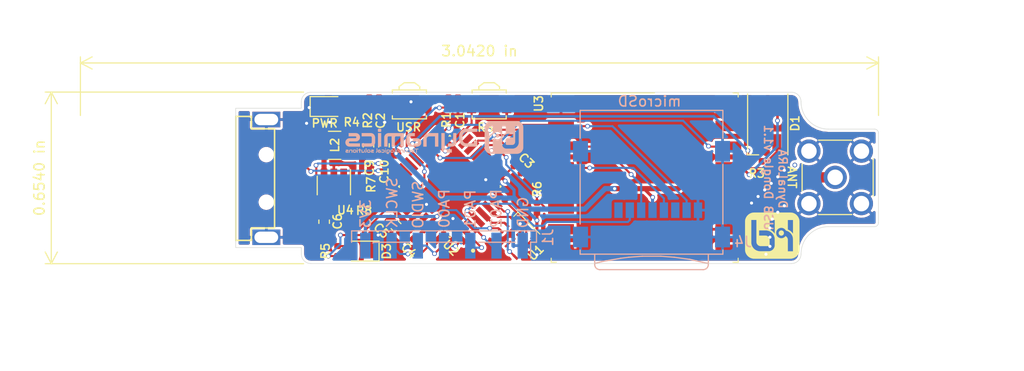
<source format=kicad_pcb>
(kicad_pcb (version 20171130) (host pcbnew "(5.1.6)-1")
  (layers (0 F.Cu signal) (31 B.Cu signal) (34 B.Paste user) (35 F.Paste user) (36 B.SilkS user) (37 F.SilkS user) (38 B.Mask user) (39 F.Mask user) (44 Edge.Cuts user))
  (net 0 "")
  (net 1 VBUS)
  (net 2 GND)
  (net 3 /USER_BTN)
  (net 4 /nRESET)
  (net 5 +3V3)
  (net 6 "Net-(D1-Pad2)")
  (net 7 "Net-(D1-Pad4)")
  (net 8 "Net-(D2-Pad2)")
  (net 9 "Net-(D3-Pad2)")
  (net 10 /SWDIO)
  (net 11 /SWCLK)
  (net 12 /RGB)
  (net 13 /LED)
  (net 14 /RF_RESET)
  (net 15 "Net-(R7-Pad2)")
  (net 16 /RF_CS)
  (net 17 /RF_INT)
  (net 18 "Net-(U2-Pad15)")
  (net 19 "Net-(U3-Pad7)")
  (net 20 "Net-(U3-Pad11)")
  (net 21 "Net-(U3-Pad12)")
  (net 22 "Net-(U3-Pad15)")
  (net 23 "Net-(U3-Pad16)")
  (net 24 "Net-(C5-Pad1)")
  (net 25 "Net-(L2-Pad1)")
  (net 26 /FLASH_CS)
  (net 27 /FLASH_SDI)
  (net 28 /FLASH_SCK)
  (net 29 /FLASH_SDO)
  (net 30 "Net-(U2-Pad22)")
  (net 31 USB_D+)
  (net 32 USB_D-)
  (net 33 "Net-(U2-Pad21)")
  (net 34 "Net-(J3-Pad1)")
  (net 35 /PA00)
  (net 36 /PA01)
  (net 37 "Net-(J4-Pad1)")
  (net 38 /SD_CS)
  (net 39 /SDO)
  (net 40 /SCK)
  (net 41 "Net-(J4-Pad6)")
  (net 42 /SDI)
  (net 43 /PA02)
  (net 44 "Net-(U2-Pad27)")
  (net 45 "Net-(U2-Pad11)")
  (module DynOSSAT:Logo_BHDyn (layer B.Cu) (at 35.4838 -61.1124 180)
    (fp_text reference G*** hide)
    (fp_text value LOGO hide)
  )
  (module DynOSSAT:PinHeader_1x07_P2.54mm_Vertical_SMD_Pin1Left (layer B.Cu) (at 36.4236 -52.2986 90)
    (fp_text reference J1 (at -0.8636 10.0584 90) (layer B.SilkS) (effects (justify mirror)))
    (fp_text value Conn_01x07)
    (pad 1 smd rect (at -1.655 7.62 90) (size 2.51 1) (layers B.Cu B.Paste B.Mask) (net 2 GND))
    (pad 3 smd rect (at -1.655 2.54 90) (size 2.51 1) (layers B.Cu B.Paste B.Mask) (net 36 /PA01))
    (pad 5 smd rect (at -1.655 -2.54 90) (size 2.51 1) (layers B.Cu B.Paste B.Mask) (net 10 /SWDIO))
    (pad 7 smd rect (at -1.655 -7.62 90) (size 2.51 1) (layers B.Cu B.Paste B.Mask) (net 5 +3V3))
    (pad 2 smd rect (at -1.655 5.08 90) (size 2.51 1) (layers B.Cu B.Paste B.Mask) (net 43 /PA02))
    (pad 4 smd rect (at -1.655 0 90) (size 2.51 1) (layers B.Cu B.Paste B.Mask) (net 35 /PA00))
    (pad 6 smd rect (at -1.655 -5.08 90) (size 2.51 1) (layers B.Cu B.Paste B.Mask) (net 11 /SWCLK))
  )
  (module Capacitor_SMD:C_0402_1005Metric (layer F.Cu) (at 33.7566 -50.9524 315)
    (fp_text reference C4 (at 0.035921 1.077631 135) (layer F.SilkS) (effects (font (size 0.8 0.8))))
    (fp_text value 100nF)
    (pad 1 smd roundrect (at -0.485 0 315) (size 0.59 0.64) (layers F.Cu F.Paste F.Mask) (net 5 +3V3))
    (pad 2 smd roundrect (at 0.485 0 315) (size 0.59 0.64) (layers F.Cu F.Paste F.Mask) (net 2 GND))
  )
  (module DynOSSAT:QFP80P900X900X120-32N (layer F.Cu) (at 36.9824 -56.3626 135)
    (fp_text reference U2 (at -4.274602 -4.130918 315) (layer F.SilkS) (effects (font (size 0.8 0.8))))
    (fp_text value ATSAMD21E18A-AUT)
    (pad 9 smd rect (at -2.8 4.18 135) (size 0.55 1.6) (layers F.Cu F.Paste F.Mask) (net 5 +3V3))
    (pad 10 smd rect (at -2 4.18 135) (size 0.55 1.6) (layers F.Cu F.Paste F.Mask) (net 2 GND))
    (pad 11 smd rect (at -1.2 4.18 135) (size 0.55 1.6) (layers F.Cu F.Paste F.Mask) (net 45 "Net-(U2-Pad11)"))
    (pad 12 smd rect (at -0.4 4.18 135) (size 0.55 1.6) (layers F.Cu F.Paste F.Mask) (net 17 /RF_INT))
    (pad 13 smd rect (at 0.4 4.18 135) (size 0.55 1.6) (layers F.Cu F.Paste F.Mask) (net 14 /RF_RESET))
    (pad 14 smd rect (at 1.2 4.18 135) (size 0.55 1.6) (layers F.Cu F.Paste F.Mask) (net 16 /RF_CS))
    (pad 15 smd rect (at 2 4.18 135) (size 0.55 1.6) (layers F.Cu F.Paste F.Mask) (net 18 "Net-(U2-Pad15)"))
    (pad 16 smd rect (at 2.8 4.18 135) (size 0.55 1.6) (layers F.Cu F.Paste F.Mask) (net 3 /USER_BTN))
    (pad 25 smd rect (at 2.8 -4.18 135) (size 0.55 1.6) (layers F.Cu F.Paste F.Mask) (net 13 /LED))
    (pad 26 smd rect (at 2 -4.18 135) (size 0.55 1.6) (layers F.Cu F.Paste F.Mask) (net 4 /nRESET))
    (pad 27 smd rect (at 1.2 -4.18 135) (size 0.55 1.6) (layers F.Cu F.Paste F.Mask) (net 44 "Net-(U2-Pad27)"))
    (pad 28 smd rect (at 0.4 -4.18 135) (size 0.55 1.6) (layers F.Cu F.Paste F.Mask) (net 2 GND))
    (pad 29 smd rect (at -0.4 -4.18 135) (size 0.55 1.6) (layers F.Cu F.Paste F.Mask) (net 24 "Net-(C5-Pad1)"))
    (pad 30 smd rect (at -1.2 -4.18 135) (size 0.55 1.6) (layers F.Cu F.Paste F.Mask) (net 5 +3V3))
    (pad 31 smd rect (at -2 -4.18 135) (size 0.55 1.6) (layers F.Cu F.Paste F.Mask) (net 11 /SWCLK))
    (pad 32 smd rect (at -2.8 -4.18 135) (size 0.55 1.6) (layers F.Cu F.Paste F.Mask) (net 10 /SWDIO))
    (pad 1 smd rect (at -4.18 -2.8 135) (size 1.6 0.55) (layers F.Cu F.Paste F.Mask) (net 35 /PA00))
    (pad 2 smd rect (at -4.18 -2 135) (size 1.6 0.55) (layers F.Cu F.Paste F.Mask) (net 36 /PA01))
    (pad 3 smd rect (at -4.18 -1.2 135) (size 1.6 0.55) (layers F.Cu F.Paste F.Mask) (net 43 /PA02))
    (pad 4 smd rect (at -4.18 -0.4 135) (size 1.6 0.55) (layers F.Cu F.Paste F.Mask) (net 38 /SD_CS))
    (pad 5 smd rect (at -4.18 0.4 135) (size 1.6 0.55) (layers F.Cu F.Paste F.Mask) (net 27 /FLASH_SDI))
    (pad 6 smd rect (at -4.18 1.2 135) (size 1.6 0.55) (layers F.Cu F.Paste F.Mask) (net 26 /FLASH_CS))
    (pad 7 smd rect (at -4.18 2 135) (size 1.6 0.55) (layers F.Cu F.Paste F.Mask) (net 29 /FLASH_SDO))
    (pad 8 smd rect (at -4.18 2.8 135) (size 1.6 0.55) (layers F.Cu F.Paste F.Mask) (net 28 /FLASH_SCK))
    (pad 17 smd rect (at 4.18 2.8 135) (size 1.6 0.55) (layers F.Cu F.Paste F.Mask) (net 42 /SDI))
    (pad 18 smd rect (at 4.18 2 135) (size 1.6 0.55) (layers F.Cu F.Paste F.Mask) (net 39 /SDO))
    (pad 19 smd rect (at 4.18 1.2 135) (size 1.6 0.55) (layers F.Cu F.Paste F.Mask) (net 40 /SCK))
    (pad 20 smd rect (at 4.18 0.4 135) (size 1.6 0.55) (layers F.Cu F.Paste F.Mask) (net 12 /RGB))
    (pad 21 smd rect (at 4.18 -0.4 135) (size 1.6 0.55) (layers F.Cu F.Paste F.Mask) (net 33 "Net-(U2-Pad21)"))
    (pad 22 smd rect (at 4.18 -1.2 135) (size 1.6 0.55) (layers F.Cu F.Paste F.Mask) (net 30 "Net-(U2-Pad22)"))
    (pad 23 smd rect (at 4.18 -2 135) (size 1.6 0.55) (layers F.Cu F.Paste F.Mask) (net 32 USB_D-))
    (pad 24 smd rect (at 4.18 -2.8 135) (size 1.6 0.55) (layers F.Cu F.Paste F.Mask) (net 31 USB_D+))
  )
  (module Connector_Coaxial:SMA_Molex_73251-2200_Horizontal (layer F.Cu) (at 74.2894 -57.2516 270)
    (fp_text reference J3 hide)
    (fp_text value Conn_Coaxial)
    (pad 1 thru_hole circle (at 0 0 270) (size 2.25 2.25) (drill 1.5) (layers *.Cu *.Mask) (net 34 "Net-(J3-Pad1)"))
    (pad 2 thru_hole circle (at 2.54 2.54) (size 2.25 2.25) (drill 1.5) (layers *.Cu *.Mask) (net 2 GND))
    (pad 2 thru_hole circle (at 2.54 -2.54 270) (size 2.25 2.25) (drill 1.5) (layers *.Cu *.Mask) (net 2 GND))
    (pad 2 thru_hole circle (at -2.54 -2.54 270) (size 2.25 2.25) (drill 1.5) (layers *.Cu *.Mask) (net 2 GND))
    (pad 2 thru_hole circle (at -2.54 2.54 270) (size 2.25 2.25) (drill 1.5) (layers *.Cu *.Mask) (net 2 GND))
  )
  (module DynOSSAT:HOPERF_RFM69HW (layer F.Cu) (at 55.849 -57.2262)
    (fp_text reference U3 (at -10.256 -7.1628 90) (layer F.SilkS) (effects (font (size 0.8 0.8))))
    (fp_text value RFM9X)
    (pad 1 smd rect (at -8.1 -7) (size 2.5 1) (layers F.Cu F.Paste F.Mask) (net 2 GND))
    (pad 2 smd rect (at -8.1 -5) (size 2.5 1) (layers F.Cu F.Paste F.Mask) (net 42 /SDI))
    (pad 3 smd rect (at -8.1 -3) (size 2.5 1) (layers F.Cu F.Paste F.Mask) (net 39 /SDO))
    (pad 4 smd rect (at -8.1 -1) (size 2.5 1) (layers F.Cu F.Paste F.Mask) (net 40 /SCK))
    (pad 5 smd rect (at -8.1 1) (size 2.5 1) (layers F.Cu F.Paste F.Mask) (net 16 /RF_CS))
    (pad 6 smd rect (at -8.1 3) (size 2.5 1) (layers F.Cu F.Paste F.Mask) (net 14 /RF_RESET))
    (pad 7 smd rect (at -8.1 5) (size 2.5 1) (layers F.Cu F.Paste F.Mask) (net 19 "Net-(U3-Pad7)"))
    (pad 8 smd rect (at -8.1 7) (size 2.5 1) (layers F.Cu F.Paste F.Mask) (net 2 GND))
    (pad 9 smd rect (at 8.1 7) (size 2.5 1) (layers F.Cu F.Paste F.Mask) (net 34 "Net-(J3-Pad1)"))
    (pad 10 smd rect (at 8.1 5) (size 2.5 1) (layers F.Cu F.Paste F.Mask) (net 2 GND))
    (pad 11 smd rect (at 8.1 3) (size 2.5 1) (layers F.Cu F.Paste F.Mask) (net 20 "Net-(U3-Pad11)"))
    (pad 12 smd rect (at 8.1 1) (size 2.5 1) (layers F.Cu F.Paste F.Mask) (net 21 "Net-(U3-Pad12)"))
    (pad 13 smd rect (at 8.1 -1) (size 2.5 1) (layers F.Cu F.Paste F.Mask) (net 5 +3V3))
    (pad 14 smd rect (at 8.1 -3) (size 2.5 1) (layers F.Cu F.Paste F.Mask) (net 17 /RF_INT))
    (pad 15 smd rect (at 8.1 -5) (size 2.5 1) (layers F.Cu F.Paste F.Mask) (net 22 "Net-(U3-Pad15)"))
    (pad 16 smd rect (at 8.1 -7) (size 2.5 1) (layers F.Cu F.Paste F.Mask) (net 23 "Net-(U3-Pad16)"))
  )
  (module DynOSSAT:Logo_BHDyn_MARK (layer F.Cu) (at 68.199 -51.6128)
    (fp_text reference G*** hide)
    (fp_text value LOGO hide)
  )
  (module Capacitor_SMD:C_0603_1608Metric (layer F.Cu) (at 31.7754 -52.5272 135)
    (fp_text reference C5 (at 0.70046 -1.311117 135) (layer F.SilkS) (effects (font (size 0.8 0.8))))
    (fp_text value 1uF)
    (pad 2 smd roundrect (at 0.7875 0 135) (size 0.875 0.95) (layers F.Cu F.Paste F.Mask) (net 2 GND))
    (pad 1 smd roundrect (at -0.7875 0 135) (size 0.875 0.95) (layers F.Cu F.Paste F.Mask) (net 24 "Net-(C5-Pad1)"))
  )
  (module Capacitor_SMD:C_0603_1608Metric (layer F.Cu) (at 24.8158 -52.959 270)
    (fp_text reference C6 (at -0.0254 -1.2954 90) (layer F.SilkS) (effects (font (size 0.8 0.8))))
    (fp_text value 22uF)
    (pad 1 smd roundrect (at -0.7875 0 270) (size 0.875 0.95) (layers F.Cu F.Paste F.Mask) (net 1 VBUS))
    (pad 2 smd roundrect (at 0.7875 0 270) (size 0.875 0.95) (layers F.Cu F.Paste F.Mask) (net 2 GND))
  )
  (module Capacitor_SMD:C_0603_1608Metric (layer F.Cu) (at 29.1084 -60.3504 90)
    (fp_text reference C9 (at -2.1844 0.1016 90) (layer F.SilkS) (effects (font (size 0.8 0.8))))
    (fp_text value 22uF)
    (pad 1 smd roundrect (at -0.7875 0 90) (size 0.875 0.95) (layers F.Cu F.Paste F.Mask) (net 5 +3V3))
    (pad 2 smd roundrect (at 0.7875 0 90) (size 0.875 0.95) (layers F.Cu F.Paste F.Mask) (net 2 GND))
  )
  (module Capacitor_SMD:C_0603_1608Metric (layer F.Cu) (at 30.607 -60.3504 90)
    (fp_text reference C10 (at -2.54 0.0254 90) (layer F.SilkS) (effects (font (size 0.8 0.8))))
    (fp_text value 22uF)
    (pad 2 smd roundrect (at 0.7875 0 90) (size 0.875 0.95) (layers F.Cu F.Paste F.Mask) (net 2 GND))
    (pad 1 smd roundrect (at -0.7875 0 90) (size 0.875 0.95) (layers F.Cu F.Paste F.Mask) (net 5 +3V3))
  )
  (module DynOSSAT:LED_SK6812MINI_PLCC4_3.5x3.5mm_P1.75mm (layer F.Cu) (at 67.7616 -62.3824 270)
    (fp_text reference D1 (at -0.1016 -2.6472 90) (layer F.SilkS) (effects (font (size 0.8 0.8))))
    (fp_text value WS2812B)
    (pad 1 smd rect (at -1.75 -0.875 270) (size 1.6 0.85) (layers F.Cu F.Paste F.Mask) (net 5 +3V3))
    (pad 2 smd rect (at -1.75 0.875 270) (size 1.6 0.85) (layers F.Cu F.Paste F.Mask) (net 6 "Net-(D1-Pad2)"))
    (pad 4 smd rect (at 1.75 -0.875 270) (size 1.6 0.85) (layers F.Cu F.Paste F.Mask) (net 7 "Net-(D1-Pad4)"))
    (pad 3 smd rect (at 1.75 0.875 270) (size 1.6 0.85) (layers F.Cu F.Paste F.Mask) (net 2 GND))
  )
  (module LED_SMD:LED_0805_2012Metric (layer F.Cu) (at 25.146 -64.1096)
    (fp_text reference D2 hide)
    (fp_text value LED_Small)
    (pad 1 smd roundrect (at -0.9375 0) (size 0.975 1.4) (layers F.Cu F.Paste F.Mask) (net 2 GND))
    (pad 2 smd roundrect (at 0.9375 0) (size 0.975 1.4) (layers F.Cu F.Paste F.Mask) (net 8 "Net-(D2-Pad2)"))
  )
  (module LED_SMD:LED_0805_2012Metric (layer F.Cu) (at 28.448 -50.1142 180)
    (fp_text reference D3 (at -2.413 -0.0254 270) (layer F.SilkS) (effects (font (size 0.8 0.8))))
    (fp_text value LED_Small)
    (pad 2 smd roundrect (at 0.9375 0 180) (size 0.975 1.4) (layers F.Cu F.Paste F.Mask) (net 9 "Net-(D3-Pad2)"))
    (pad 1 smd roundrect (at -0.9375 0 180) (size 0.975 1.4) (layers F.Cu F.Paste F.Mask) (net 2 GND))
  )
  (module Inductor_SMD:L_1210_3225Metric (layer F.Cu) (at 25.8318 -60.3504)
    (fp_text reference L2 (at 0.0254 -0.0254 270) (layer F.SilkS) (effects (font (size 0.8 0.8))))
    (fp_text value 2.2uH)
    (pad 1 smd roundrect (at -1.4 0) (size 1.25 2.65) (layers F.Cu F.Paste F.Mask) (roundrect_rratio 0.2) (net 25 "Net-(L2-Pad1)"))
    (pad 2 smd roundrect (at 1.4 0) (size 1.25 2.65) (layers F.Cu F.Paste F.Mask) (roundrect_rratio 0.2) (net 5 +3V3))
  )
  (module DynOSSAT:WSON-8-1EP_3x4mm_P0.8mm (layer F.Cu) (at 43.5102 -51.689 315)
    (fp_text reference U1 (at 2.496511 -0.053882 45) (layer F.SilkS) (effects (font (size 0.8 0.8))))
    (fp_text value GD25Q32)
    (pad 1 smd rect (at -1.4 -0.75 315) (size 0.6 0.25) (layers F.Cu F.Paste F.Mask) (net 26 /FLASH_CS))
    (pad 8 smd rect (at 1.4 -0.75 315) (size 0.6 0.25) (layers F.Cu F.Paste F.Mask) (net 5 +3V3))
    (pad 2 smd rect (at -1.4 0.05 315) (size 0.6 0.25) (layers F.Cu F.Paste F.Mask) (net 27 /FLASH_SDI))
    (pad 3 smd rect (at -1.4 0.85 315) (size 0.6 0.25) (layers F.Cu F.Paste F.Mask) (net 5 +3V3))
    (pad 4 smd rect (at -1.4 1.65 315) (size 0.6 0.25) (layers F.Cu F.Paste F.Mask) (net 2 GND))
    (pad 7 smd rect (at 1.4 0.05 315) (size 0.6 0.25) (layers F.Cu F.Paste F.Mask) (net 5 +3V3))
    (pad 6 smd rect (at 1.4 0.85 315) (size 0.6 0.25) (layers F.Cu F.Paste F.Mask) (net 28 /FLASH_SCK))
    (pad 5 smd rect (at 1.4 1.65 315) (size 0.6 0.25) (layers F.Cu F.Paste F.Mask) (net 29 /FLASH_SDO))
    (pad "" smd rect (at 0 1.27 315) (size 0.2 0.8) (layers F.Cu F.Paste F.Mask))
    (pad "" smd rect (at 0 -0.3048 315) (size 0.2 0.8) (layers F.Cu F.Paste F.Mask))
  )
  (module Package_TO_SOT_SMD:SOT-23-5 (layer F.Cu) (at 25.7556 -56.4642 270)
    (fp_text reference U4 (at 2.3876 -1.1176 180) (layer F.SilkS) (effects (font (size 0.8 0.8))))
    (fp_text value SY80XX)
    (pad 1 smd rect (at -1.1 -0.95 270) (size 1.06 0.65) (layers F.Cu F.Paste F.Mask) (net 1 VBUS))
    (pad 2 smd rect (at -1.1 0 270) (size 1.06 0.65) (layers F.Cu F.Paste F.Mask) (net 2 GND))
    (pad 3 smd rect (at -1.1 0.95 270) (size 1.06 0.65) (layers F.Cu F.Paste F.Mask) (net 25 "Net-(L2-Pad1)"))
    (pad 4 smd rect (at 1.1 0.95 270) (size 1.06 0.65) (layers F.Cu F.Paste F.Mask) (net 1 VBUS))
    (pad 5 smd rect (at 1.1 -0.95 270) (size 1.06 0.65) (layers F.Cu F.Paste F.Mask) (net 15 "Net-(R7-Pad2)"))
  )
  (module DynOSSAT:TF-102-18 (layer B.Cu) (at 56.5094 -55.626)
    (fp_text reference J4 (at 8.8646 4.6228) (layer B.SilkS) (effects (justify mirror)))
    (fp_text value Micro_SD_Card)
    (pad 1 smd rect (at -3.2 1.55) (size 0.8 1.5) (layers B.Cu B.Paste B.Mask) (net 37 "Net-(J4-Pad1)"))
    (pad 2 smd rect (at -2.1 1.55) (size 0.8 1.5) (layers B.Cu B.Paste B.Mask) (net 38 /SD_CS))
    (pad 3 smd rect (at -1 1.55) (size 0.8 1.5) (layers B.Cu B.Paste B.Mask) (net 39 /SDO))
    (pad 4 smd rect (at 0.1 1.55) (size 0.8 1.5) (layers B.Cu B.Paste B.Mask) (net 5 +3V3))
    (pad 5 smd rect (at 1.2 1.55) (size 0.8 1.5) (layers B.Cu B.Paste B.Mask) (net 40 /SCK))
    (pad 6 smd rect (at 2.3 1.55) (size 0.8 1.5) (layers B.Cu B.Paste B.Mask) (net 41 "Net-(J4-Pad6)"))
    (pad 7 smd rect (at 3.4 1.55) (size 0.8 1.5) (layers B.Cu B.Paste B.Mask) (net 42 /SDI))
    (pad 8 smd rect (at 4.5 1.55) (size 0.8 1.5) (layers B.Cu B.Paste B.Mask) (net 2 GND))
    (pad 9 smd rect (at 6.875 -4.15) (size 1.45 2) (layers B.Cu B.Paste B.Mask) (net 2 GND))
    (pad 9 smd rect (at -6.875 -4.15) (size 1.45 2) (layers B.Cu B.Paste B.Mask) (net 2 GND))
    (pad 9 smd rect (at -6.875 4.15) (size 1.45 2) (layers B.Cu B.Paste B.Mask) (net 2 GND))
    (pad 9 smd rect (at 6.875 4.15) (size 1.45 2) (layers B.Cu B.Paste B.Mask) (net 2 GND))
  )
  (module Capacitor_SMD:C_0402_1005Metric (layer F.Cu) (at 37.7698 -64.4906 270)
    (fp_text reference C1 (at 1.7018 -0.2032 90) (layer F.SilkS) (effects (font (size 0.8 0.8))))
    (fp_text value 10nF)
    (pad 2 smd roundrect (at 0.485 0 270) (size 0.59 0.64) (layers F.Cu F.Paste F.Mask) (net 2 GND))
    (pad 1 smd roundrect (at -0.485 0 270) (size 0.59 0.64) (layers F.Cu F.Paste F.Mask) (net 3 /USER_BTN))
  )
  (module Capacitor_SMD:C_0402_1005Metric (layer F.Cu) (at 30.1244 -64.4906 270)
    (fp_text reference C2 (at 1.7526 -0.1524 90) (layer F.SilkS) (effects (font (size 0.8 0.8))))
    (fp_text value 10nF)
    (pad 1 smd roundrect (at -0.485 0 270) (size 0.59 0.64) (layers F.Cu F.Paste F.Mask) (net 4 /nRESET))
    (pad 2 smd roundrect (at 0.485 0 270) (size 0.59 0.64) (layers F.Cu F.Paste F.Mask) (net 2 GND))
  )
  (module Capacitor_SMD:C_0402_1005Metric (layer F.Cu) (at 43.561 -58.039 315)
    (fp_text reference C3 (at 0 -1.17 135) (layer F.SilkS) (effects (font (size 0.8 0.8))))
    (fp_text value 100nF)
    (pad 2 smd roundrect (at 0.485 0 315) (size 0.59 0.64) (layers F.Cu F.Paste F.Mask) (net 2 GND))
    (pad 1 smd roundrect (at -0.485 0 315) (size 0.59 0.64) (layers F.Cu F.Paste F.Mask) (net 5 +3V3))
  )
  (module Resistor_SMD:R_0402_1005Metric (layer F.Cu) (at 36.8554 -64.4906 90)
    (fp_text reference R1 (at -1.6764 -0.2032 90) (layer F.SilkS) (effects (font (size 0.8 0.8))))
    (fp_text value 100k)
    (pad 2 smd roundrect (at 0.485 0 90) (size 0.59 0.64) (layers F.Cu F.Paste F.Mask) (net 3 /USER_BTN))
    (pad 1 smd roundrect (at -0.485 0 90) (size 0.59 0.64) (layers F.Cu F.Paste F.Mask) (net 5 +3V3))
  )
  (module Resistor_SMD:R_0402_1005Metric (layer F.Cu) (at 29.1846 -64.4906 90)
    (fp_text reference R2 (at -1.7272 -0.1524 90) (layer F.SilkS) (effects (font (size 0.8 0.8))))
    (fp_text value 100k)
    (pad 2 smd roundrect (at 0.485 0 90) (size 0.59 0.64) (layers F.Cu F.Paste F.Mask) (net 4 /nRESET))
    (pad 1 smd roundrect (at -0.485 0 90) (size 0.59 0.64) (layers F.Cu F.Paste F.Mask) (net 5 +3V3))
  )
  (module Resistor_SMD:R_0402_1005Metric (layer F.Cu) (at 66.6948 -58.801 180)
    (fp_text reference R3 (at 0 -1.17) (layer F.SilkS) (effects (font (size 0.8 0.8))))
    (fp_text value 510R)
    (pad 1 smd roundrect (at -0.485 0 180) (size 0.59 0.64) (layers F.Cu F.Paste F.Mask) (net 7 "Net-(D1-Pad4)"))
    (pad 2 smd roundrect (at 0.485 0 180) (size 0.59 0.64) (layers F.Cu F.Paste F.Mask) (net 12 /RGB))
  )
  (module Resistor_SMD:R_0402_1005Metric (layer F.Cu) (at 27.4574 -64.1096 90)
    (fp_text reference R4 (at -1.524 0.0254 180) (layer F.SilkS) (effects (font (size 0.8 0.8))))
    (fp_text value 510R)
    (pad 1 smd roundrect (at -0.485 0 90) (size 0.59 0.64) (layers F.Cu F.Paste F.Mask) (net 5 +3V3))
    (pad 2 smd roundrect (at 0.485 0 90) (size 0.59 0.64) (layers F.Cu F.Paste F.Mask) (net 8 "Net-(D2-Pad2)"))
  )
  (module Resistor_SMD:R_0402_1005Metric (layer F.Cu) (at 26.1112 -50.1142 90)
    (fp_text reference R5 (at 0 -1.17 90) (layer F.SilkS) (effects (font (size 0.8 0.8))))
    (fp_text value 510R)
    (pad 2 smd roundrect (at 0.485 0 90) (size 0.59 0.64) (layers F.Cu F.Paste F.Mask) (net 9 "Net-(D3-Pad2)"))
    (pad 1 smd roundrect (at -0.485 0 90) (size 0.59 0.64) (layers F.Cu F.Paste F.Mask) (net 13 /LED))
  )
  (module Resistor_SMD:R_0402_1005Metric (layer F.Cu) (at 45.4152 -54.3052 90)
    (fp_text reference R6 (at 1.8034 0.0254 90) (layer F.SilkS) (effects (font (size 0.8 0.8))))
    (fp_text value 100k)
    (pad 1 smd roundrect (at -0.485 0 90) (size 0.59 0.64) (layers F.Cu F.Paste F.Mask) (net 5 +3V3))
    (pad 2 smd roundrect (at 0.485 0 90) (size 0.59 0.64) (layers F.Cu F.Paste F.Mask) (net 14 /RF_RESET))
  )
  (module Resistor_SMD:R_0402_1005Metric (layer F.Cu) (at 28.2194 -56.6166 270)
    (fp_text reference R7 (at 0.0762 -1.143 270) (layer F.SilkS) (effects (font (size 0.8 0.8))))
    (fp_text value 100k)
    (pad 1 smd roundrect (at -0.485 0 270) (size 0.59 0.64) (layers F.Cu F.Paste F.Mask) (net 5 +3V3))
    (pad 2 smd roundrect (at 0.485 0 270) (size 0.59 0.64) (layers F.Cu F.Paste F.Mask) (net 15 "Net-(R7-Pad2)"))
  )
  (module Resistor_SMD:R_0402_1005Metric (layer F.Cu) (at 28.679 -55.1434)
    (fp_text reference R8 (at -0.0024 1.1176) (layer F.SilkS) (effects (font (size 0.8 0.8))))
    (fp_text value 22k)
    (pad 2 smd roundrect (at 0.485 0) (size 0.59 0.64) (layers F.Cu F.Paste F.Mask) (net 2 GND))
    (pad 1 smd roundrect (at -0.485 0) (size 0.59 0.64) (layers F.Cu F.Paste F.Mask) (net 15 "Net-(R7-Pad2)"))
  )
  (module DynOSSAT:SW_SPST_B3U-3000P (layer F.Cu) (at 40.7924 -64.3128)
    (fp_text reference SW1 hide)
    (fp_text value SW_Push)
    (pad 2 smd rect (at 1.7 0) (size 0.9 1.7) (layers F.Cu F.Paste F.Mask) (net 2 GND))
    (pad 1 smd rect (at -1.7 0) (size 0.9 1.7) (layers F.Cu F.Paste F.Mask) (net 3 /USER_BTN))
  )
  (module DynOSSAT:SW_SPST_B3U-3000P (layer F.Cu) (at 33.0708 -64.3128)
    (fp_text reference SW2 hide)
    (fp_text value SW_Push)
    (pad 1 smd rect (at -1.7 0) (size 0.9 1.7) (layers F.Cu F.Paste F.Mask) (net 4 /nRESET))
    (pad 2 smd rect (at 1.7 0) (size 0.9 1.7) (layers F.Cu F.Paste F.Mask) (net 2 GND))
  )
  (module DynOSSAT:C46394 (layer F.Cu) (at 16.256 -57.531 90)
    (fp_text reference J2 hide)
    (fp_text value USB_A)
    (pad 2 smd rect (at -1.381 5.4102 90) (size 1.4 2.8) (layers F.Cu F.Paste F.Mask) (net 32 USB_D-))
    (pad 3 smd rect (at 0.619 5.4102 90) (size 1.4 2.8) (layers F.Cu F.Paste F.Mask) (net 31 USB_D+))
    (pad 5 thru_hole rect (at 5.319 2.9602 90) (size 1.5 2.7) (drill oval 1.1 2.3) (layers *.Cu *.Mask) (net 2 GND))
    (pad "" np_thru_hole circle (at 1.919 2.9602 90) (size 1 1) (drill 1) (layers *.Cu *.Mask))
    (pad 5 thru_hole rect (at -6.081 2.9602 90) (size 1.5 2.7) (drill oval 1.1 2.3) (layers *.Cu *.Mask) (net 2 GND))
    (pad 1 smd rect (at -3.881 5.4102 90) (size 1.4 2.8) (layers F.Cu F.Paste F.Mask) (net 1 VBUS))
    (pad "" np_thru_hole circle (at -2.681 2.9602 90) (size 1 1) (drill 1) (layers *.Cu *.Mask))
    (pad 4 smd rect (at 3.119 5.4102 90) (size 1.4 2.8) (layers F.Cu F.Paste F.Mask) (net 2 GND))
  )
  (gr_arc (start 23.5336 -49.8348) (end 22.606 -49.8348) (angle -90) (layer Edge.Cuts) (width 0.05))
  (gr_arc (start 23.5336 -64.5668) (end 23.5336 -65.4944) (angle -90) (layer Edge.Cuts) (width 0.05))
  (gr_line (start 22.606 -50.4556) (end 22.606 -49.8348) (layer Edge.Cuts) (width 0.05))
  (gr_line (start 22.606 -63.946) (end 22.606 -64.5668) (layer Edge.Cuts) (width 0.05))
  (dimension 16.6116 (width 0.12) (layer F.SilkS) (gr_text "16.612 mm" (at -2.8702 -57.2008 90) (layer F.SilkS) (effects (font (size 1 1) (thickness 0.15)))) (feature1 (pts (xy 22.8224 -65.5066) (xy -2.186621 -65.5066))) (feature2 (pts (xy 22.8224 -48.895) (xy -2.186621 -48.895))) (crossbar (pts (xy -1.6002 -48.895) (xy -1.6002 -65.5066))) (arrow1a (pts (xy -1.6002 -65.5066) (xy -1.013779 -64.380096))) (arrow1b (pts (xy -1.6002 -65.5066) (xy -2.186621 -64.380096))) (arrow2a (pts (xy -1.6002 -48.895) (xy -1.013779 -50.021504))) (arrow2b (pts (xy -1.6002 -48.895) (xy -2.186621 -50.021504))))
  (dimension 77.2668 (width 0.12) (layer F.SilkS) (gr_text "77.267 mm" (at 39.8526 -69.596) (layer F.SilkS) (effects (font (size 1 1) (thickness 0.15)))) (feature1 (pts (xy 78.486 -63.246) (xy 78.486 -68.912421))) (feature2 (pts (xy 1.2192 -63.246) (xy 1.2192 -68.912421))) (crossbar (pts (xy 1.2192 -68.326) (xy 78.486 -68.326))) (arrow1a (pts (xy 78.486 -68.326) (xy 77.359496 -67.739579))) (arrow1b (pts (xy 78.486 -68.326) (xy 77.359496 -68.912421))) (arrow2a (pts (xy 1.2192 -68.326) (xy 2.345704 -67.739579))) (arrow2b (pts (xy 1.2192 -68.326) (xy 2.345704 -68.912421))))
  (gr_text "USB Dongle v1.1" (at 67.818 -57.2262 270) (layer B.SilkS) (effects (font (size 0.8 0.8)) (justify mirror)))
  (gr_arc (start 70.0598 -49.8348) (end 70.0598 -48.9072) (angle -90) (layer Edge.Cuts) (width 0.05))
  (gr_arc (start 73.629 -49.8348) (end 73.629 -52.4764) (angle -90) (layer Edge.Cuts) (width 0.05))
  (gr_line (start 76.0928 -52.4764) (end 73.629 -52.4764) (layer Edge.Cuts) (width 0.05))
  (gr_arc (start 70.0598 -64.5668) (end 70.9874 -64.5668) (angle -90) (layer Edge.Cuts) (width 0.05))
  (gr_arc (start 73.629 -64.5668) (end 70.9874 -64.5668) (angle -90) (layer Edge.Cuts) (width 0.05))
  (gr_line (start 23.5336 -48.9072) (end 70.0598 -48.9072) (layer Edge.Cuts) (width 0.05))
  (gr_text microSD (at 56.3118 -64.6176) (layer B.SilkS) (effects (font (size 1 1)) (justify mirror)))
  (gr_text GND (at 44.069 -53.848 90) (layer B.SilkS) (effects (font (size 1 1)) (justify mirror)))
  (gr_text PA02 (at 41.4782 -54.229 90) (layer B.SilkS) (effects (font (size 1 1)) (justify mirror)))
  (gr_text PA01 (at 38.9636 -54.1782 90) (layer B.SilkS) (effects (font (size 1 1)) (justify mirror)))
  (gr_text PA00 (at 36.449 -54.229 90) (layer B.SilkS) (effects (font (size 1 1)) (justify mirror)))
  (gr_text SWDIO (at 33.909 -54.61 90) (layer B.SilkS) (effects (font (size 1 1)) (justify mirror)))
  (gr_text SWCLK (at 31.3944 -54.7878 90) (layer B.SilkS) (effects (font (size 1 1)) (justify mirror)))
  (gr_text 3V3 (at 28.829 -53.721 90) (layer B.SilkS) (effects (font (size 1 1)) (justify mirror)))
  (gr_arc (start 78.0994 -61.5442) (end 78.4804 -61.5442) (angle -90) (layer Edge.Cuts) (width 0.05))
  (gr_arc (start 78.0994 -52.8574) (end 78.0994 -52.4764) (angle -90) (layer Edge.Cuts) (width 0.05))
  (gr_line (start 78.0994 -52.4764) (end 76.0928 -52.4764) (layer Edge.Cuts) (width 0.05))
  (gr_line (start 78.0994 -61.9252) (end 73.629 -61.9252) (layer Edge.Cuts) (width 0.05))
  (gr_text DynaLoRA (at 69.215 -57.0992 270) (layer B.SilkS) (effects (font (size 0.8 0.8)) (justify mirror)))
  (gr_text ANT (at 70.104 -57.2516 270) (layer F.SilkS) (effects (font (size 0.8 0.8))))
  (gr_text RST (at 40.7416 -62.0776) (layer F.SilkS) (effects (font (size 0.8 0.8))))
  (gr_text USR (at 32.9946 -62.103) (layer F.SilkS) (effects (font (size 0.8 0.8))))
  (gr_text PWR (at 24.8666 -62.484) (layer F.SilkS) (effects (font (size 0.8 0.8))))
  (gr_line (start 16.256 -50.4556) (end 22.606 -50.4556) (layer Edge.Cuts) (width 0.05))
  (gr_line (start 16.256 -63.946) (end 16.256 -50.4556) (layer Edge.Cuts) (width 0.05))
  (gr_line (start 78.4804 -61.5442) (end 78.4804 -52.8574) (layer Edge.Cuts) (width 0.05))
  (gr_line (start 23.5336 -65.4944) (end 70.0598 -65.4944) (layer Edge.Cuts) (width 0.05))
  (gr_line (start 16.256 -63.946) (end 22.606 -63.946) (layer Edge.Cuts) (width 0.05))
  (via (at 70.3834 -58.4454) (size 0.45) (drill 0.3) (layers F.Cu B.Cu) (net 0))
  (segment (start 24.8056 -53.7057) (end 24.8411 -53.6702) (width 0.5) (layer F.Cu) (net 1))
  (segment (start 24.8056 -55.3642) (end 24.8056 -53.7057) (width 0.5) (layer F.Cu) (net 1))
  (segment (start 25.1382 -55.3642) (end 24.8056 -55.3642) (width 0.2) (layer F.Cu) (net 1))
  (segment (start 26.7056 -57.5642) (end 26.7056 -56.9316) (width 0.2) (layer F.Cu) (net 1))
  (segment (start 26.7056 -56.9316) (end 25.1382 -55.3642) (width 0.2) (layer F.Cu) (net 1))
  (segment (start 21.7627 -53.7465) (end 21.6662 -53.65) (width 1) (layer F.Cu) (net 1))
  (segment (start 24.8158 -53.7465) (end 21.7627 -53.7465) (width 1) (layer F.Cu) (net 1))
  (via (at 66.1924 -54.7624) (size 0.45) (drill 0.3) (layers F.Cu B.Cu) (net 2))
  (via (at 66.8274 -55.3974) (size 0.45) (drill 0.3) (layers F.Cu B.Cu) (net 2))
  (via (at 67.4624 -56.0324) (size 0.45) (drill 0.3) (layers F.Cu B.Cu) (net 2))
  (via (at 68.0974 -56.6674) (size 0.45) (drill 0.3) (layers F.Cu B.Cu) (net 2))
  (via (at 68.7324 -57.3024) (size 0.45) (drill 0.3) (layers F.Cu B.Cu) (net 2))
  (via (at 69.3674 -57.9374) (size 0.45) (drill 0.3) (layers F.Cu B.Cu) (net 2))
  (via (at 67.9704 -52.3494) (size 0.45) (drill 0.3) (layers F.Cu B.Cu) (net 2))
  (via (at 67.9704 -51.4604) (size 0.45) (drill 0.3) (layers F.Cu B.Cu) (net 2))
  (via (at 67.9704 -50.5714) (size 0.45) (drill 0.3) (layers F.Cu B.Cu) (net 2))
  (via (at 67.5894 -49.8094) (size 0.45) (drill 0.3) (layers F.Cu B.Cu) (net 2))
  (via (at 68.7324 -53.8734) (size 0.45) (drill 0.3) (layers F.Cu B.Cu) (net 2))
  (via (at 69.3674 -54.5084) (size 0.45) (drill 0.3) (layers F.Cu B.Cu) (net 2))
  (via (at 68.199 -53.213) (size 0.45) (drill 0.3) (layers F.Cu B.Cu) (net 2))
  (via (at 43.798067 -52.764267) (size 0.45) (drill 0.3) (layers F.Cu B.Cu) (net 2))
  (segment (start 43.815 -52.7812) (end 43.798067 -52.764267) (width 0.2) (layer F.Cu) (net 2))
  (via (at 45.4152 -49.7586) (size 0.45) (drill 0.3) (layers F.Cu B.Cu) (net 2))
  (via (at 33.2232 -64.5668) (size 0.45) (drill 0.3) (layers F.Cu B.Cu) (net 2))
  (via (at 37.2872 -53.2638) (size 0.45) (drill 0.3) (layers F.Cu B.Cu) (net 2))
  (via (at 30.6832 -62.5856) (size 0.45) (drill 0.3) (layers F.Cu B.Cu) (net 2))
  (via (at 25.3492 -62.5856) (size 0.45) (drill 0.3) (layers F.Cu B.Cu) (net 2))
  (segment (start 29.1084 -61.1379) (end 30.607 -61.1379) (width 0.5) (layer F.Cu) (net 2))
  (via (at 23.114 -62.484) (size 0.45) (drill 0.3) (layers F.Cu B.Cu) (net 2))
  (via (at 23.368 -64.008) (size 0.45) (drill 0.3) (layers F.Cu B.Cu) (net 2))
  (via (at 40.4622 -57.023) (size 0.45) (drill 0.3) (layers F.Cu B.Cu) (net 2))
  (segment (start 41.35232 -57.904093) (end 41.343293 -57.904093) (width 0.3) (layer F.Cu) (net 2))
  (segment (start 41.343293 -57.904093) (end 40.4622 -57.023) (width 0.3) (layer F.Cu) (net 2))
  (segment (start 44.0436 -50.6436) (end 44.444699 -50.6436) (width 0.3) (layer B.Cu) (net 2))
  (via (at 34.7218 -54.6354) (size 0.45) (drill 0.3) (layers F.Cu B.Cu) (net 2))
  (segment (start 33.743851 -53.689736) (end 33.776136 -53.689736) (width 0.2) (layer F.Cu) (net 2))
  (segment (start 33.776136 -53.689736) (end 34.7218 -54.6354) (width 0.2) (layer F.Cu) (net 2))
  (via (at 30.0482 -51.6636) (size 0.45) (drill 0.3) (layers F.Cu B.Cu) (net 2))
  (segment (start 29.3855 -50.1142) (end 29.3855 -51.0009) (width 0.2) (layer F.Cu) (net 2))
  (segment (start 29.3855 -51.0009) (end 30.0482 -51.6636) (width 0.2) (layer F.Cu) (net 2))
  (via (at 32.6136 -50.7492) (size 0.45) (drill 0.3) (layers F.Cu B.Cu) (net 2))
  (segment (start 32.753347 -50.609453) (end 32.6136 -50.7492) (width 0.2) (layer F.Cu) (net 2))
  (segment (start 34.099547 -50.609453) (end 32.753347 -50.609453) (width 0.2) (layer F.Cu) (net 2))
  (segment (start 44.5302 -50.6436) (end 45.4152 -49.7586) (width 0.2) (layer B.Cu) (net 2))
  (segment (start 44.0436 -50.6436) (end 44.5302 -50.6436) (width 0.2) (layer B.Cu) (net 2))
  (segment (start 43.798067 -52.764267) (end 43.4086 -52.3748) (width 0.2) (layer F.Cu) (net 2))
  (segment (start 43.4086 -52.3748) (end 43.2308 -52.3748) (width 0.2) (layer F.Cu) (net 2))
  (segment (start 39.0924 -62.4604) (end 39.0924 -64.3128) (width 0.2) (layer F.Cu) (net 3))
  (segment (start 37.958207 -61.298205) (end 37.958207 -61.326207) (width 0.2) (layer F.Cu) (net 3))
  (segment (start 37.958207 -61.326207) (end 39.0924 -62.4604) (width 0.2) (layer F.Cu) (net 3))
  (segment (start 38.7852 -64.0056) (end 39.0924 -64.3128) (width 0.2) (layer F.Cu) (net 3))
  (segment (start 36.7768 -64.897) (end 36.8554 -64.9756) (width 0.2) (layer F.Cu) (net 3))
  (segment (start 36.8554 -64.9756) (end 37.7698 -64.9756) (width 0.2) (layer F.Cu) (net 3))
  (segment (start 38.4296 -64.9756) (end 39.0924 -64.3128) (width 0.2) (layer F.Cu) (net 3))
  (segment (start 37.7698 -64.9756) (end 38.4296 -64.9756) (width 0.2) (layer F.Cu) (net 3))
  (segment (start 32.61248 -54.821107) (end 34.5186 -56.727227) (width 0.2) (layer F.Cu) (net 4))
  (via (at 34.5186 -57.8104) (size 0.45) (drill 0.3) (layers F.Cu B.Cu) (net 4))
  (segment (start 34.5186 -56.727227) (end 34.5186 -57.8104) (width 0.2) (layer F.Cu) (net 4))
  (segment (start 34.5186 -57.8104) (end 34.5186 -58.2676) (width 0.2) (layer B.Cu) (net 4))
  (segment (start 31.3708 -64.3128) (end 32.0208 -64.3128) (width 0.2) (layer F.Cu) (net 4))
  (segment (start 32.8168 -63.5168) (end 32.8168 -59.9694) (width 0.2) (layer F.Cu) (net 4))
  (segment (start 32.0208 -64.3128) (end 32.8168 -63.5168) (width 0.2) (layer F.Cu) (net 4))
  (via (at 32.8168 -59.9694) (size 0.45) (drill 0.3) (layers F.Cu B.Cu) (net 4))
  (segment (start 34.5186 -58.2676) (end 32.8168 -59.9694) (width 0.2) (layer B.Cu) (net 4))
  (segment (start 29.1846 -64.9756) (end 30.1244 -64.9756) (width 0.3) (layer F.Cu) (net 4))
  (segment (start 30.708 -64.9756) (end 31.3708 -64.3128) (width 0.3) (layer F.Cu) (net 4))
  (segment (start 30.1244 -64.9756) (end 30.708 -64.9756) (width 0.3) (layer F.Cu) (net 4))
  (segment (start 28.448 -58.9025) (end 29.1084 -59.5629) (width 0.5) (layer F.Cu) (net 5))
  (segment (start 28.448 -57.9375) (end 28.448 -58.9025) (width 0.5) (layer F.Cu) (net 5))
  (segment (start 42.174513 -57.338407) (end 43.218053 -58.381947) (width 0.2) (layer F.Cu) (net 5))
  (segment (start 41.918005 -57.338407) (end 42.174513 -57.338407) (width 0.2) (layer F.Cu) (net 5))
  (via (at 31.7754 -59.563) (size 0.45) (drill 0.3) (layers F.Cu B.Cu) (net 5))
  (segment (start 30.607 -59.5629) (end 31.7753 -59.5629) (width 1) (layer F.Cu) (net 5))
  (segment (start 31.7753 -59.5629) (end 31.7754 -59.563) (width 1) (layer F.Cu) (net 5))
  (segment (start 29.1084 -59.5629) (end 30.607 -59.5629) (width 1) (layer F.Cu) (net 5))
  (segment (start 28.0193 -59.5629) (end 29.1084 -59.5629) (width 1) (layer F.Cu) (net 5))
  (segment (start 27.2318 -60.3504) (end 28.0193 -59.5629) (width 1) (layer F.Cu) (net 5))
  (segment (start 44.2722 -54.1782) (end 50.038 -54.1782) (width 0.5) (layer B.Cu) (net 5))
  (via (at 52.9336 -56.1594) (size 0.45) (drill 0.3) (layers F.Cu B.Cu) (net 5))
  (segment (start 50.038 -54.1782) (end 52.0192 -56.1594) (width 0.5) (layer B.Cu) (net 5))
  (segment (start 52.0192 -56.1594) (end 52.9336 -56.1594) (width 0.5) (layer B.Cu) (net 5))
  (segment (start 61.1726 -58.2262) (end 63.949 -58.2262) (width 0.5) (layer F.Cu) (net 5))
  (segment (start 59.1058 -56.1594) (end 61.1726 -58.2262) (width 0.5) (layer F.Cu) (net 5))
  (segment (start 28.2194 -57.7089) (end 28.448 -57.9375) (width 0.3) (layer F.Cu) (net 5))
  (segment (start 28.2194 -57.1016) (end 28.2194 -57.7089) (width 0.3) (layer F.Cu) (net 5))
  (via (at 56.6166 -55.3212) (size 0.45) (drill 0.3) (layers F.Cu B.Cu) (net 5))
  (segment (start 56.6094 -54.076) (end 56.6094 -55.314) (width 0.3) (layer B.Cu) (net 5))
  (segment (start 56.6094 -55.314) (end 56.6166 -55.3212) (width 0.3) (layer B.Cu) (net 5))
  (segment (start 55.7784 -56.1594) (end 54.1528 -56.1594) (width 0.3) (layer F.Cu) (net 5))
  (segment (start 56.6166 -55.3212) (end 55.7784 -56.1594) (width 0.3) (layer F.Cu) (net 5))
  (segment (start 52.9336 -56.1594) (end 54.1528 -56.1594) (width 0.5) (layer F.Cu) (net 5))
  (segment (start 54.1528 -56.1594) (end 59.1058 -56.1594) (width 0.5) (layer F.Cu) (net 5))
  (segment (start 33.612203 -51.295347) (end 34.875222 -52.558366) (width 0.3) (layer F.Cu) (net 5))
  (segment (start 33.413653 -51.295347) (end 33.612203 -51.295347) (width 0.3) (layer F.Cu) (net 5))
  (via (at 45.4152 -53.086) (size 0.45) (drill 0.3) (layers F.Cu B.Cu) (net 5))
  (segment (start 45.4152 -53.8202) (end 45.4152 -53.086) (width 0.3) (layer F.Cu) (net 5))
  (segment (start 44.323 -54.1782) (end 44.2722 -54.1782) (width 0.3) (layer B.Cu) (net 5))
  (segment (start 45.4152 -53.086) (end 44.323 -54.1782) (width 0.3) (layer B.Cu) (net 5))
  (segment (start 43.5102 -54.9402) (end 44.2722 -54.1782) (width 0.5) (layer B.Cu) (net 5))
  (segment (start 31.7754 -59.563) (end 36.3982 -54.9402) (width 0.5) (layer B.Cu) (net 5))
  (via (at 42.3418 -56.896) (size 0.45) (drill 0.3) (layers F.Cu B.Cu) (net 5))
  (segment (start 41.918005 -57.338407) (end 41.918005 -57.319795) (width 0.3) (layer F.Cu) (net 5))
  (segment (start 41.918005 -57.319795) (end 42.3418 -56.896) (width 0.3) (layer F.Cu) (net 5))
  (via (at 35.7378 -53.467) (size 0.45) (drill 0.3) (layers F.Cu B.Cu) (net 5))
  (segment (start 34.875222 -52.558366) (end 34.875222 -52.604422) (width 0.3) (layer F.Cu) (net 5))
  (segment (start 34.875222 -52.604422) (end 35.7378 -53.467) (width 0.3) (layer F.Cu) (net 5))
  (segment (start 36.3982 -54.1274) (end 36.3982 -54.9402) (width 0.3) (layer B.Cu) (net 5))
  (segment (start 35.7378 -53.467) (end 36.3982 -54.1274) (width 0.3) (layer B.Cu) (net 5))
  (segment (start 43.2054 -55.245) (end 43.5102 -54.9402) (width 0.5) (layer B.Cu) (net 5))
  (segment (start 36.3982 -54.9402) (end 36.703 -55.245) (width 0.5) (layer B.Cu) (net 5))
  (segment (start 36.703 -55.245) (end 43.2054 -55.245) (width 0.5) (layer B.Cu) (net 5))
  (segment (start 43.2054 -56.0324) (end 43.2054 -55.245) (width 0.3) (layer B.Cu) (net 5))
  (segment (start 42.3418 -56.896) (end 43.2054 -56.0324) (width 0.3) (layer B.Cu) (net 5))
  (segment (start 45.03048 -51.229381) (end 44.464794 -50.663695) (width 0.2) (layer F.Cu) (net 5))
  (segment (start 45.4152 -51.614101) (end 45.4152 -53.086) (width 0.3) (layer F.Cu) (net 5))
  (segment (start 44.464794 -50.663695) (end 45.4152 -51.614101) (width 0.3) (layer F.Cu) (net 5))
  (segment (start 35.7378 -53.467) (end 29.6672 -53.467) (width 0.3) (layer B.Cu) (net 5))
  (segment (start 28.8036 -52.6034) (end 28.8036 -50.6436) (width 0.3) (layer B.Cu) (net 5))
  (segment (start 29.6672 -53.467) (end 28.8036 -52.6034) (width 0.3) (layer B.Cu) (net 5))
  (segment (start 31.7754 -59.563) (end 31.7754 -60.185998) (width 0.2) (layer B.Cu) (net 5))
  (segment (start 31.7754 -60.185998) (end 35.572002 -63.9826) (width 0.2) (layer B.Cu) (net 5))
  (segment (start 35.572002 -63.9826) (end 35.9664 -63.9826) (width 0.2) (layer B.Cu) (net 5))
  (via (at 35.9664 -63.9826) (size 0.45) (drill 0.3) (layers F.Cu B.Cu) (net 5))
  (segment (start 35.9894 -64.0056) (end 35.9664 -63.9826) (width 0.2) (layer F.Cu) (net 5))
  (segment (start 36.8554 -64.0056) (end 35.9894 -64.0056) (width 0.2) (layer F.Cu) (net 5))
  (segment (start 27.2318 -63.399) (end 27.4574 -63.6246) (width 0.3) (layer F.Cu) (net 5))
  (segment (start 27.2318 -60.3504) (end 27.2318 -63.399) (width 0.3) (layer F.Cu) (net 5))
  (segment (start 28.8036 -63.6246) (end 27.4574 -63.6246) (width 0.3) (layer F.Cu) (net 5))
  (segment (start 29.1846 -64.0056) (end 28.8036 -63.6246) (width 0.3) (layer F.Cu) (net 5))
  (via (at 40.8432 -52.324) (size 0.45) (drill 0.3) (layers F.Cu B.Cu) (net 5))
  (segment (start 41.91921 -52.077909) (end 41.673119 -52.324) (width 0.2) (layer F.Cu) (net 5))
  (segment (start 41.673119 -52.324) (end 40.8432 -52.324) (width 0.2) (layer F.Cu) (net 5))
  (segment (start 37.6174 -54.0766) (end 36.3474 -54.0766) (width 0.2) (layer B.Cu) (net 5))
  (segment (start 40.8432 -52.324) (end 39.37 -52.324) (width 0.2) (layer B.Cu) (net 5))
  (segment (start 36.3474 -54.0766) (end 35.7378 -53.467) (width 0.2) (layer B.Cu) (net 5))
  (segment (start 39.37 -52.324) (end 37.6174 -54.0766) (width 0.2) (layer B.Cu) (net 5))
  (segment (start 63.949 -58.2262) (end 65.2432 -58.2262) (width 0.25) (layer F.Cu) (net 5))
  (via (at 65.9638 -57.5056) (size 0.45) (drill 0.3) (layers F.Cu B.Cu) (net 5))
  (segment (start 65.2432 -58.2262) (end 65.9638 -57.5056) (width 0.25) (layer F.Cu) (net 5))
  (via (at 68.707 -62.738) (size 0.45) (drill 0.3) (layers F.Cu B.Cu) (net 5))
  (segment (start 65.9638 -57.5056) (end 68.707 -60.2488) (width 0.25) (layer B.Cu) (net 5))
  (segment (start 68.707 -60.2488) (end 68.707 -62.738) (width 0.25) (layer B.Cu) (net 5))
  (segment (start 68.707 -64.062) (end 68.6366 -64.1324) (width 0.25) (layer F.Cu) (net 5))
  (segment (start 68.707 -62.738) (end 68.707 -64.062) (width 0.25) (layer F.Cu) (net 5))
  (segment (start 68.6366 -59.7466) (end 68.6366 -60.6324) (width 0.2) (layer F.Cu) (net 7))
  (segment (start 67.1798 -58.801) (end 67.691 -58.801) (width 0.2) (layer F.Cu) (net 7))
  (segment (start 67.691 -58.801) (end 68.6366 -59.7466) (width 0.2) (layer F.Cu) (net 7))
  (segment (start 26.5685 -64.5946) (end 26.0835 -64.1096) (width 0.2) (layer F.Cu) (net 8))
  (segment (start 27.4574 -64.5946) (end 26.5685 -64.5946) (width 0.2) (layer F.Cu) (net 8))
  (segment (start 27.0255 -50.5992) (end 26.1112 -50.5992) (width 0.2) (layer F.Cu) (net 9))
  (segment (start 27.5105 -50.1142) (end 27.0255 -50.5992) (width 0.2) (layer F.Cu) (net 9))
  (segment (start 36.006593 -50.368207) (end 35.498586 -49.8602) (width 0.2) (layer F.Cu) (net 10))
  (segment (start 36.006593 -51.426995) (end 36.006593 -50.368207) (width 0.2) (layer F.Cu) (net 10))
  (via (at 35.498586 -49.8602) (size 0.45) (drill 0.3) (layers F.Cu B.Cu) (net 10))
  (segment (start 33.8836 -50.6436) (end 34.715186 -50.6436) (width 0.2) (layer B.Cu) (net 10))
  (segment (start 34.715186 -50.6436) (end 35.498586 -49.8602) (width 0.2) (layer B.Cu) (net 10))
  (segment (start 34.773331 -50.441765) (end 34.166366 -49.8348) (width 0.2) (layer F.Cu) (net 11))
  (segment (start 34.773331 -51.006921) (end 34.773331 -50.441765) (width 0.2) (layer F.Cu) (net 11))
  (segment (start 35.440907 -51.99268) (end 35.440907 -51.674497) (width 0.2) (layer F.Cu) (net 11))
  (segment (start 35.440907 -51.674497) (end 34.773331 -51.006921) (width 0.2) (layer F.Cu) (net 11))
  (via (at 32.9184 -49.8348) (size 0.45) (drill 0.3) (layers F.Cu B.Cu) (net 11))
  (segment (start 34.166366 -49.8348) (end 32.9184 -49.8348) (width 0.2) (layer F.Cu) (net 11))
  (segment (start 32.1524 -49.8348) (end 31.3436 -50.6436) (width 0.2) (layer B.Cu) (net 11))
  (segment (start 32.9184 -49.8348) (end 32.1524 -49.8348) (width 0.2) (layer B.Cu) (net 11))
  (via (at 33.3756 -60.5282) (size 0.45) (drill 0.3) (layers F.Cu B.Cu) (net 12))
  (segment (start 34.309536 -59.601149) (end 34.302651 -59.601149) (width 0.25) (layer F.Cu) (net 12))
  (segment (start 34.302651 -59.601149) (end 33.3756 -60.5282) (width 0.25) (layer F.Cu) (net 12))
  (segment (start 33.3756 -60.5282) (end 36.002011 -63.154611) (width 0.25) (layer B.Cu) (net 12))
  (via (at 65.8368 -59.8424) (size 0.45) (drill 0.3) (layers F.Cu B.Cu) (net 12))
  (segment (start 36.002011 -63.154611) (end 62.524589 -63.154611) (width 0.25) (layer B.Cu) (net 12))
  (segment (start 62.524589 -63.154611) (end 65.8368 -59.8424) (width 0.25) (layer B.Cu) (net 12))
  (segment (start 65.8368 -59.174) (end 66.2098 -58.801) (width 0.25) (layer F.Cu) (net 12))
  (segment (start 65.8368 -59.8424) (end 65.8368 -59.174) (width 0.25) (layer F.Cu) (net 12))
  (segment (start 32.046795 -55.386793) (end 28.323602 -51.6636) (width 0.2) (layer F.Cu) (net 13))
  (via (at 26.3906 -51.6636) (size 0.45) (drill 0.3) (layers F.Cu B.Cu) (net 13))
  (segment (start 28.323602 -51.6636) (end 26.3906 -51.6636) (width 0.2) (layer F.Cu) (net 13))
  (via (at 25.2222 -49.6316) (size 0.45) (drill 0.3) (layers F.Cu B.Cu) (net 13))
  (segment (start 26.3906 -51.6636) (end 26.3906 -50.8) (width 0.2) (layer B.Cu) (net 13))
  (segment (start 26.3906 -50.8) (end 25.2222 -49.6316) (width 0.2) (layer B.Cu) (net 13))
  (segment (start 26.1088 -49.6316) (end 26.1112 -49.6292) (width 0.2) (layer F.Cu) (net 13))
  (segment (start 25.2222 -49.6316) (end 26.1088 -49.6316) (width 0.2) (layer F.Cu) (net 13))
  (segment (start 46.299 -54.2262) (end 45.4152 -55.11) (width 0.2) (layer F.Cu) (net 14))
  (via (at 45.4152 -55.499) (size 0.45) (drill 0.3) (layers F.Cu B.Cu) (net 14))
  (segment (start 47.749 -54.2262) (end 46.299 -54.2262) (width 0.2) (layer F.Cu) (net 14))
  (segment (start 45.4152 -55.11) (end 45.4152 -55.499) (width 0.2) (layer F.Cu) (net 14))
  (segment (start 42.4434 -58.4708) (end 42.4434 -59.182) (width 0.2) (layer B.Cu) (net 14))
  (segment (start 45.4152 -55.499) (end 42.4434 -58.4708) (width 0.2) (layer B.Cu) (net 14))
  (via (at 42.4434 -59.182) (size 0.45) (drill 0.3) (layers F.Cu B.Cu) (net 14))
  (segment (start 45.4152 -54.7902) (end 45.4152 -55.499) (width 0.2) (layer F.Cu) (net 14))
  (segment (start 41.2496 -60.3758) (end 42.4434 -59.182) (width 0.2) (layer F.Cu) (net 14))
  (segment (start 39.655264 -59.601149) (end 40.429915 -60.3758) (width 0.2) (layer F.Cu) (net 14))
  (segment (start 40.429915 -60.3758) (end 41.2496 -60.3758) (width 0.2) (layer F.Cu) (net 14))
  (segment (start 26.9264 -55.1434) (end 26.7056 -55.3642) (width 0.2) (layer F.Cu) (net 15))
  (segment (start 28.194 -55.1434) (end 26.9264 -55.1434) (width 0.2) (layer F.Cu) (net 15))
  (segment (start 28.2194 -55.1688) (end 28.194 -55.1434) (width 0.2) (layer F.Cu) (net 15))
  (segment (start 28.2194 -56.1316) (end 28.2194 -55.1688) (width 0.2) (layer F.Cu) (net 15))
  (segment (start 46.466 -56.2262) (end 47.749 -56.2262) (width 0.2) (layer F.Cu) (net 16))
  (segment (start 41.8846 -60.8076) (end 46.466 -56.2262) (width 0.2) (layer F.Cu) (net 16))
  (segment (start 39.7256 -60.8076) (end 41.8846 -60.8076) (width 0.2) (layer F.Cu) (net 16))
  (segment (start 39.089578 -60.166834) (end 39.7256 -60.802856) (width 0.2) (layer F.Cu) (net 16))
  (segment (start 39.7256 -60.802856) (end 39.7256 -60.8076) (width 0.2) (layer F.Cu) (net 16))
  (via (at 41.021 -59.8424) (size 0.45) (drill 0.3) (layers F.Cu B.Cu) (net 17))
  (segment (start 40.220949 -59.035464) (end 40.220949 -59.042349) (width 0.2) (layer F.Cu) (net 17))
  (segment (start 40.220949 -59.042349) (end 41.021 -59.8424) (width 0.2) (layer F.Cu) (net 17))
  (via (at 62.0268 -60.2742) (size 0.45) (drill 0.3) (layers F.Cu B.Cu) (net 17))
  (segment (start 63.949 -60.2262) (end 62.0748 -60.2262) (width 0.2) (layer F.Cu) (net 17))
  (segment (start 62.0748 -60.2262) (end 62.0268 -60.2742) (width 0.2) (layer F.Cu) (net 17))
  (segment (start 43.908201 -62.729601) (end 41.021 -59.8424) (width 0.2) (layer B.Cu) (net 17))
  (segment (start 62.0268 -60.2742) (end 59.571399 -62.729601) (width 0.2) (layer B.Cu) (net 17))
  (segment (start 59.571399 -62.729601) (end 43.908201 -62.729601) (width 0.2) (layer B.Cu) (net 17))
  (segment (start 33.155838 -51.970353) (end 32.332247 -51.970353) (width 0.3) (layer F.Cu) (net 24))
  (segment (start 34.309536 -53.124051) (end 33.155838 -51.970353) (width 0.3) (layer F.Cu) (net 24))
  (segment (start 24.8056 -59.9766) (end 24.4318 -60.3504) (width 0.5) (layer F.Cu) (net 25))
  (segment (start 24.8056 -57.5642) (end 24.8056 -59.9766) (width 0.5) (layer F.Cu) (net 25))
  (segment (start 42.838449 -53.421412) (end 43.050581 -53.20928) (width 0.2) (layer F.Cu) (net 26))
  (segment (start 41.620644 -53.421412) (end 42.838449 -53.421412) (width 0.2) (layer F.Cu) (net 26))
  (segment (start 40.786634 -54.255422) (end 41.620644 -53.421412) (width 0.2) (layer F.Cu) (net 26))
  (segment (start 42.272763 -52.855726) (end 42.484895 -52.643594) (width 0.2) (layer F.Cu) (net 27))
  (segment (start 41.054959 -52.855726) (end 42.272763 -52.855726) (width 0.2) (layer F.Cu) (net 27))
  (segment (start 40.220949 -53.689736) (end 41.054959 -52.855726) (width 0.2) (layer F.Cu) (net 27))
  (segment (start 44.379289 -52.925509) (end 41.918005 -55.386793) (width 0.2) (layer F.Cu) (net 28))
  (segment (start 44.379289 -51.796089) (end 44.379289 -52.925509) (width 0.2) (layer F.Cu) (net 28))
  (segment (start 43.6372 -51.054) (end 44.379289 -51.796089) (width 0.2) (layer F.Cu) (net 28))
  (segment (start 43.899109 -50.09801) (end 43.6372 -50.359919) (width 0.2) (layer F.Cu) (net 28))
  (segment (start 43.6372 -50.359919) (end 43.6372 -51.054) (width 0.2) (layer F.Cu) (net 28))
  (via (at 42.590125 -53.946412) (size 0.45) (drill 0.3) (layers F.Cu B.Cu) (net 29))
  (segment (start 42.227015 -53.946412) (end 41.35232 -54.821107) (width 0.2) (layer F.Cu) (net 29))
  (segment (start 42.590125 -53.946412) (end 42.227015 -53.946412) (width 0.2) (layer F.Cu) (net 29))
  (via (at 42.773596 -50.0634) (size 0.45) (drill 0.3) (layers F.Cu B.Cu) (net 29))
  (segment (start 42.802347 -50.0634) (end 42.773596 -50.0634) (width 0.2) (layer F.Cu) (net 29))
  (segment (start 42.590125 -53.946412) (end 42.590125 -50.246871) (width 0.2) (layer B.Cu) (net 29))
  (segment (start 43.333423 -49.532324) (end 42.802347 -50.0634) (width 0.2) (layer F.Cu) (net 29))
  (segment (start 42.590125 -50.246871) (end 42.773596 -50.0634) (width 0.2) (layer B.Cu) (net 29))
  (segment (start 32.046795 -57.338407) (end 32.018793 -57.338407) (width 0.2) (layer F.Cu) (net 31))
  (segment (start 32.046795 -57.338407) (end 32.046795 -57.585894) (width 0.2) (layer F.Cu) (net 31))
  (segment (start 31.615489 -58.0172) (end 30.1732 -58.0172) (width 0.2) (layer F.Cu) (net 31))
  (segment (start 30.1732 -58.0172) (end 30.0482 -57.8922) (width 0.2) (layer F.Cu) (net 31))
  (via (at 30.0482 -57.8922) (size 0.45) (drill 0.3) (layers F.Cu B.Cu) (net 31))
  (segment (start 32.046795 -57.585894) (end 31.615489 -58.0172) (width 0.2) (layer F.Cu) (net 31))
  (segment (start 21.6662 -58.15) (end 23.2062 -58.15) (width 0.2) (layer F.Cu) (net 31))
  (segment (start 30.0482 -57.8922) (end 23.602198 -57.8922) (width 0.2) (layer B.Cu) (net 31))
  (segment (start 23.602198 -57.8922) (end 23.533099 -57.823101) (width 0.2) (layer B.Cu) (net 31))
  (segment (start 23.2062 -58.15) (end 23.533099 -57.823101) (width 0.2) (layer F.Cu) (net 31))
  (via (at 23.533099 -57.823101) (size 0.45) (drill 0.3) (layers F.Cu B.Cu) (net 31))
  (segment (start 31.801887 -58.4672) (end 30.1732 -58.4672) (width 0.2) (layer F.Cu) (net 32))
  (segment (start 32.61248 -57.904093) (end 32.364994 -57.904093) (width 0.2) (layer F.Cu) (net 32))
  (segment (start 32.364994 -57.904093) (end 31.801887 -58.4672) (width 0.2) (layer F.Cu) (net 32))
  (segment (start 30.1732 -58.4672) (end 30.0482 -58.5922) (width 0.2) (layer F.Cu) (net 32))
  (via (at 30.0482 -58.5922) (size 0.45) (drill 0.3) (layers F.Cu B.Cu) (net 32))
  (segment (start 24.2006 -58.5922) (end 24.0284 -58.42) (width 0.2) (layer B.Cu) (net 32))
  (via (at 24.0284 -58.42) (size 0.45) (drill 0.3) (layers F.Cu B.Cu) (net 32))
  (segment (start 30.0482 -58.5922) (end 24.2006 -58.5922) (width 0.2) (layer B.Cu) (net 32))
  (segment (start 24.0581 -58.3903) (end 24.0284 -58.42) (width 0.2) (layer F.Cu) (net 32))
  (segment (start 23.2662 -56.15) (end 24.0581 -56.9419) (width 0.2) (layer F.Cu) (net 32))
  (segment (start 24.0581 -56.9419) (end 24.0581 -58.3903) (width 0.2) (layer F.Cu) (net 32))
  (segment (start 21.6662 -56.15) (end 23.2662 -56.15) (width 0.2) (layer F.Cu) (net 32))
  (segment (start 66.199 -50.2262) (end 66.5969 -50.6241) (width 1) (layer F.Cu) (net 34))
  (segment (start 66.5969 -53.4397) (end 70.4088 -57.2516) (width 1) (layer F.Cu) (net 34))
  (segment (start 63.949 -50.2262) (end 66.199 -50.2262) (width 1) (layer F.Cu) (net 34))
  (segment (start 66.5969 -50.6241) (end 66.5969 -53.4397) (width 1) (layer F.Cu) (net 34))
  (segment (start 70.4088 -57.2516) (end 74.2894 -57.2516) (width 1) (layer F.Cu) (net 34))
  (via (at 37.5412 -50.5968) (size 0.45) (drill 0.3) (layers F.Cu B.Cu) (net 35))
  (segment (start 37.958207 -51.426995) (end 37.958207 -51.013807) (width 0.2) (layer F.Cu) (net 35))
  (segment (start 37.958207 -51.013807) (end 37.5412 -50.5968) (width 0.2) (layer F.Cu) (net 35))
  (segment (start 36.4704 -50.5968) (end 36.4236 -50.6436) (width 0.2) (layer B.Cu) (net 35))
  (segment (start 37.5412 -50.5968) (end 36.4704 -50.5968) (width 0.2) (layer B.Cu) (net 35))
  (via (at 40.0558 -50.4444) (size 0.45) (drill 0.3) (layers F.Cu B.Cu) (net 36))
  (segment (start 38.523893 -51.99268) (end 38.523893 -51.976307) (width 0.2) (layer F.Cu) (net 36))
  (segment (start 38.523893 -51.976307) (end 40.0558 -50.4444) (width 0.2) (layer F.Cu) (net 36))
  (segment (start 39.1628 -50.4444) (end 38.9636 -50.6436) (width 0.2) (layer B.Cu) (net 36))
  (segment (start 40.0558 -50.4444) (end 39.1628 -50.4444) (width 0.2) (layer B.Cu) (net 36))
  (via (at 38.6588 -54.0258) (size 0.45) (drill 0.3) (layers F.Cu B.Cu) (net 38))
  (segment (start 39.655264 -53.124051) (end 39.560549 -53.124051) (width 0.2) (layer F.Cu) (net 38))
  (segment (start 39.560549 -53.124051) (end 38.6588 -54.0258) (width 0.2) (layer F.Cu) (net 38))
  (segment (start 54.4094 -53.126) (end 54.4094 -54.076) (width 0.2) (layer B.Cu) (net 38))
  (segment (start 39.32799 -54.69499) (end 42.97758 -54.69499) (width 0.2) (layer B.Cu) (net 38))
  (segment (start 46.007799 -52.560999) (end 46.3804 -52.9336) (width 0.2) (layer B.Cu) (net 38))
  (segment (start 54.217 -52.9336) (end 54.4094 -53.126) (width 0.2) (layer B.Cu) (net 38))
  (segment (start 45.111571 -52.560999) (end 46.007799 -52.560999) (width 0.2) (layer B.Cu) (net 38))
  (segment (start 46.3804 -52.9336) (end 54.217 -52.9336) (width 0.2) (layer B.Cu) (net 38))
  (segment (start 38.6588 -54.0258) (end 39.32799 -54.69499) (width 0.2) (layer B.Cu) (net 38))
  (segment (start 42.97758 -54.69499) (end 45.111571 -52.560999) (width 0.2) (layer B.Cu) (net 38))
  (segment (start 35.440907 -60.73252) (end 36.378888 -59.794539) (width 0.2) (layer F.Cu) (net 39))
  (segment (start 36.378888 -59.794539) (end 36.547661 -59.794539) (width 0.2) (layer F.Cu) (net 39))
  (via (at 36.547661 -59.794539) (size 0.45) (drill 0.3) (layers F.Cu B.Cu) (net 39))
  (segment (start 38.559942 -61.80682) (end 40.820285 -61.80682) (width 0.2) (layer B.Cu) (net 39))
  (via (at 40.820285 -61.80682) (size 0.45) (drill 0.3) (layers F.Cu B.Cu) (net 39))
  (segment (start 36.547661 -59.794539) (end 38.559942 -61.80682) (width 0.2) (layer B.Cu) (net 39))
  (segment (start 40.871076 -61.857611) (end 40.820285 -61.80682) (width 0.2) (layer F.Cu) (net 39))
  (segment (start 44.667589 -61.857611) (end 40.871076 -61.857611) (width 0.2) (layer F.Cu) (net 39))
  (segment (start 47.749 -60.2262) (end 46.299 -60.2262) (width 0.2) (layer F.Cu) (net 39))
  (segment (start 46.299 -60.2262) (end 44.667589 -61.857611) (width 0.2) (layer F.Cu) (net 39))
  (segment (start 47.749 -60.2262) (end 51.8386 -60.2262) (width 0.2) (layer F.Cu) (net 39))
  (segment (start 51.8386 -60.2262) (end 54.5338 -57.531) (width 0.2) (layer F.Cu) (net 39))
  (via (at 54.5338 -57.531) (size 0.45) (drill 0.3) (layers F.Cu B.Cu) (net 39))
  (segment (start 55.5094 -56.5554) (end 54.5338 -57.531) (width 0.2) (layer B.Cu) (net 39))
  (segment (start 55.5094 -54.076) (end 55.5094 -56.5554) (width 0.2) (layer B.Cu) (net 39))
  (segment (start 34.875222 -60.166834) (end 35.006966 -60.166834) (width 0.2) (layer F.Cu) (net 40))
  (via (at 36.0426 -59.1312) (size 0.45) (drill 0.3) (layers F.Cu B.Cu) (net 40))
  (segment (start 35.006966 -60.166834) (end 36.0426 -59.1312) (width 0.2) (layer F.Cu) (net 40))
  (segment (start 47.749 -58.2262) (end 46.299 -58.2262) (width 0.2) (layer F.Cu) (net 40))
  (segment (start 46.299 -58.2262) (end 43.19259 -61.33261) (width 0.2) (layer F.Cu) (net 40))
  (segment (start 36.0426 -59.1312) (end 39.078449 -59.1312) (width 0.2) (layer B.Cu) (net 40))
  (segment (start 43.19259 -61.33261) (end 41.279859 -61.33261) (width 0.2) (layer F.Cu) (net 40))
  (segment (start 39.078449 -59.1312) (end 41.279859 -61.33261) (width 0.2) (layer B.Cu) (net 40))
  (via (at 41.279859 -61.33261) (size 0.45) (drill 0.3) (layers F.Cu B.Cu) (net 40))
  (via (at 50.5206 -58.166) (size 0.45) (drill 0.3) (layers F.Cu B.Cu) (net 40))
  (segment (start 47.8092 -58.166) (end 47.749 -58.2262) (width 0.2) (layer F.Cu) (net 40))
  (segment (start 50.5206 -58.166) (end 47.8092 -58.166) (width 0.2) (layer F.Cu) (net 40))
  (segment (start 54.752004 -58.166) (end 50.5206 -58.166) (width 0.2) (layer B.Cu) (net 40))
  (segment (start 57.7094 -55.208604) (end 54.752004 -58.166) (width 0.2) (layer B.Cu) (net 40))
  (segment (start 57.7094 -54.076) (end 57.7094 -55.208604) (width 0.2) (layer B.Cu) (net 40))
  (via (at 36.8808 -62.0014) (size 0.45) (drill 0.3) (layers F.Cu B.Cu) (net 42))
  (segment (start 36.709788 -62.0014) (end 36.006593 -61.298205) (width 0.2) (layer F.Cu) (net 42))
  (segment (start 36.8808 -62.0014) (end 36.709788 -62.0014) (width 0.2) (layer F.Cu) (net 42))
  (segment (start 36.8808 -62.0014) (end 37.21123 -62.33183) (width 0.2) (layer B.Cu) (net 42))
  (via (at 40.2806 -62.33183) (size 0.45) (drill 0.3) (layers F.Cu B.Cu) (net 42))
  (segment (start 37.21123 -62.33183) (end 40.2806 -62.33183) (width 0.2) (layer B.Cu) (net 42))
  (segment (start 41.597941 -62.33183) (end 40.2806 -62.33183) (width 0.2) (layer F.Cu) (net 42))
  (segment (start 47.749 -62.2262) (end 47.64337 -62.33183) (width 0.2) (layer F.Cu) (net 42))
  (segment (start 47.64337 -62.33183) (end 41.597941 -62.33183) (width 0.2) (layer F.Cu) (net 42))
  (segment (start 59.9094 -55.026) (end 52.7308 -62.2046) (width 0.2) (layer B.Cu) (net 42))
  (segment (start 59.9094 -54.076) (end 59.9094 -55.026) (width 0.2) (layer B.Cu) (net 42))
  (via (at 50.3174 -62.2046) (size 0.45) (drill 0.3) (layers F.Cu B.Cu) (net 42))
  (segment (start 52.7308 -62.2046) (end 50.3174 -62.2046) (width 0.2) (layer B.Cu) (net 42))
  (segment (start 47.7706 -62.2046) (end 47.749 -62.2262) (width 0.2) (layer F.Cu) (net 42))
  (segment (start 50.3174 -62.2046) (end 47.7706 -62.2046) (width 0.2) (layer F.Cu) (net 42))
  (via (at 40.259 -51.435) (size 0.45) (drill 0.3) (layers F.Cu B.Cu) (net 43))
  (segment (start 39.089578 -52.558366) (end 39.135634 -52.558366) (width 0.2) (layer F.Cu) (net 43))
  (segment (start 39.135634 -52.558366) (end 40.259 -51.435) (width 0.2) (layer F.Cu) (net 43))
  (segment (start 41.025 -50.6436) (end 41.5036 -50.6436) (width 0.2) (layer B.Cu) (net 43))
  (segment (start 40.259 -51.435) (end 40.259 -51.4096) (width 0.2) (layer B.Cu) (net 43))
  (segment (start 40.259 -51.4096) (end 41.025 -50.6436) (width 0.2) (layer B.Cu) (net 43))
  (zone (net 2) (net_name GND) (layer F.Cu) (connect_pads (clearance 0.254)) (min_thickness 0.254) (fill yes (arc_segments 32) (thermal_gap 0.25) (thermal_bridge_width 0.26) (smoothing fillet))
    (polygon (pts (xy 92.583 -38.481) (xy 7.874 -38.481) (xy 7.874 -74.422) (xy 92.583 -74.422)))
  )
  (zone (net 2) (net_name GND) (layer B.Cu) (connect_pads (clearance 0.254)) (min_thickness 0.254) (fill yes (arc_segments 32) (thermal_gap 0.25) (thermal_bridge_width 0.26) (smoothing fillet))
    (polygon (pts (xy 92.583 -38.481) (xy 7.874 -38.481) (xy 7.874 -74.422) (xy 92.583 -74.422)))
  )
)
</source>
